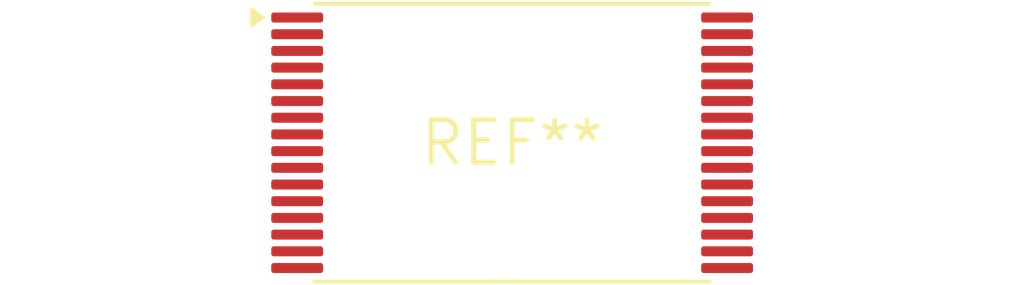
<source format=kicad_pcb>
(kicad_pcb (version 20240108) (generator pcbnew)
  (layers (0 "F.Cu" signal) (31 "B.Cu" signal) (34 "B.Paste" user) (35 "F.Paste" user) (36 "B.SilkS" user "B.Silkscreen") (37 "F.SilkS" user "F.Silkscreen") (38 "B.Mask" user) (39 "F.Mask" user) (44 "Edge.Cuts" user))
  (net 0 "")
  (footprint "TSOP-I-32_11.8x8mm_P0.5mm" (layer "F.Cu") (at 0 0)
    (property "Reference" "REF**")
    (property "Value" "TSOP-I-32_11.8x8mm_P0.5mm")
    (fp_line (start 0 -4.16) (end -5.9 -4.16) (layer "F.SilkS") (stroke (width 0.12)))
    (fp_line (start 0 -4.16) (end 5.9 -4.16) (layer "F.SilkS") (stroke (width 0.12)))
    (fp_line (start 0 4.16) (end -5.9 4.16) (layer "F.SilkS") (stroke (width 0.12)))
    (fp_line (start 0 4.16) (end 5.9 4.16) (layer "F.SilkS") (stroke (width 0.12)))
    (fp_poly (pts (xy -7.46 -3.75) (xy -7.79 -3.99) (xy -7.79 -3.51) (xy -7.46 -3.75)) (layer "F.SilkS") (stroke (width 0.12)) (fill solid))
    (pad "1" smd roundrect (at -6.425 -3.75) (size 1.55 0.3) (layers "F.Cu" "F.Paste" "F.Mask"))
    (pad "2" smd roundrect (at -6.425 -3.25) (size 1.55 0.3) (layers "F.Cu" "F.Paste" "F.Mask"))
    (pad "3" smd roundrect (at -6.425 -2.75) (size 1.55 0.3) (layers "F.Cu" "F.Paste" "F.Mask"))
    (pad "4" smd roundrect (at -6.425 -2.25) (size 1.55 0.3) (layers "F.Cu" "F.Paste" "F.Mask"))
    (pad "5" smd roundrect (at -6.425 -1.75) (size 1.55 0.3) (layers "F.Cu" "F.Paste" "F.Mask"))
    (pad "6" smd roundrect (at -6.425 -1.25) (size 1.55 0.3) (layers "F.Cu" "F.Paste" "F.Mask"))
    (pad "7" smd roundrect (at -6.425 -0.75) (size 1.55 0.3) (layers "F.Cu" "F.Paste" "F.Mask"))
    (pad "8" smd roundrect (at -6.425 -0.25) (size 1.55 0.3) (layers "F.Cu" "F.Paste" "F.Mask"))
    (pad "9" smd roundrect (at -6.425 0.25) (size 1.55 0.3) (layers "F.Cu" "F.Paste" "F.Mask"))
    (pad "10" smd roundrect (at -6.425 0.75) (size 1.55 0.3) (layers "F.Cu" "F.Paste" "F.Mask"))
    (pad "11" smd roundrect (at -6.425 1.25) (size 1.55 0.3) (layers "F.Cu" "F.Paste" "F.Mask"))
    (pad "12" smd roundrect (at -6.425 1.75) (size 1.55 0.3) (layers "F.Cu" "F.Paste" "F.Mask"))
    (pad "13" smd roundrect (at -6.425 2.25) (size 1.55 0.3) (layers "F.Cu" "F.Paste" "F.Mask"))
    (pad "14" smd roundrect (at -6.425 2.75) (size 1.55 0.3) (layers "F.Cu" "F.Paste" "F.Mask"))
    (pad "15" smd roundrect (at -6.425 3.25) (size 1.55 0.3) (layers "F.Cu" "F.Paste" "F.Mask"))
    (pad "16" smd roundrect (at -6.425 3.75) (size 1.55 0.3) (layers "F.Cu" "F.Paste" "F.Mask"))
    (pad "17" smd roundrect (at 6.425 3.75) (size 1.55 0.3) (layers "F.Cu" "F.Paste" "F.Mask"))
    (pad "18" smd roundrect (at 6.425 3.25) (size 1.55 0.3) (layers "F.Cu" "F.Paste" "F.Mask"))
    (pad "19" smd roundrect (at 6.425 2.75) (size 1.55 0.3) (layers "F.Cu" "F.Paste" "F.Mask"))
    (pad "20" smd roundrect (at 6.425 2.25) (size 1.55 0.3) (layers "F.Cu" "F.Paste" "F.Mask"))
    (pad "21" smd roundrect (at 6.425 1.75) (size 1.55 0.3) (layers "F.Cu" "F.Paste" "F.Mask"))
    (pad "22" smd roundrect (at 6.425 1.25) (size 1.55 0.3) (layers "F.Cu" "F.Paste" "F.Mask"))
    (pad "23" smd roundrect (at 6.425 0.75) (size 1.55 0.3) (layers "F.Cu" "F.Paste" "F.Mask"))
    (pad "24" smd roundrect (at 6.425 0.25) (size 1.55 0.3) (layers "F.Cu" "F.Paste" "F.Mask"))
    (pad "25" smd roundrect (at 6.425 -0.25) (size 1.55 0.3) (layers "F.Cu" "F.Paste" "F.Mask"))
    (pad "26" smd roundrect (at 6.425 -0.75) (size 1.55 0.3) (layers "F.Cu" "F.Paste" "F.Mask"))
    (pad "27" smd roundrect (at 6.425 -1.25) (size 1.55 0.3) (layers "F.Cu" "F.Paste" "F.Mask"))
    (pad "28" smd roundrect (at 6.425 -1.75) (size 1.55 0.3) (layers "F.Cu" "F.Paste" "F.Mask"))
    (pad "29" smd roundrect (at 6.425 -2.25) (size 1.55 0.3) (layers "F.Cu" "F.Paste" "F.Mask"))
    (pad "30" smd roundrect (at 6.425 -2.75) (size 1.55 0.3) (layers "F.Cu" "F.Paste" "F.Mask"))
    (pad "31" smd roundrect (at 6.425 -3.25) (size 1.55 0.3) (layers "F.Cu" "F.Paste" "F.Mask"))
    (pad "32" smd roundrect (at 6.425 -3.75) (size 1.55 0.3) (layers "F.Cu" "F.Paste" "F.Mask"))
  )
)
</source>
